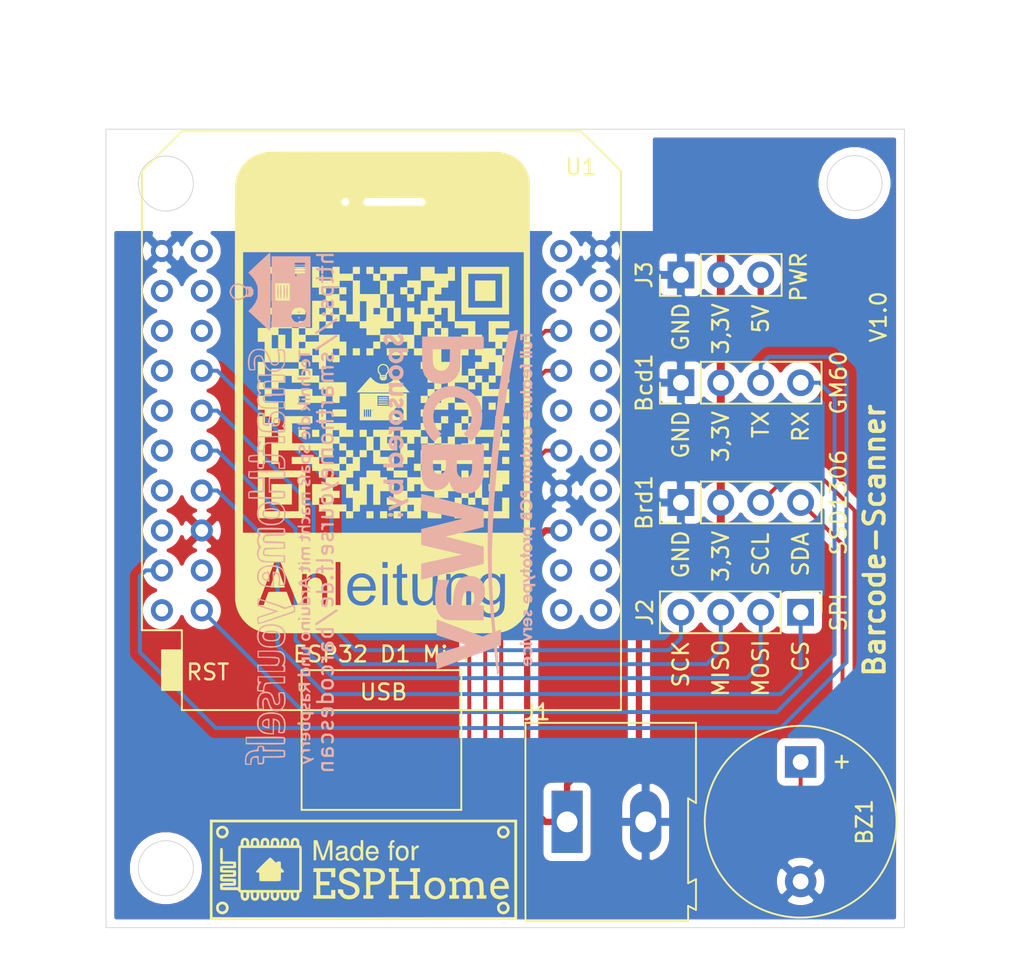
<source format=kicad_pcb>
(kicad_pcb (version 20241229) (generator "pcbnew") (generator_version "9.0")
  (layers (0 "F.Cu" signal) (2 "B.Cu" signal) (13 "F.Paste" user) (15 "B.Paste" user) (5 "F.SilkS" user) (7 "B.SilkS" user) (1 "F.Mask" user) (3 "B.Mask" user) (25 "Edge.Cuts" user))
  (net 0 "")
  (net 1 "GND")
  (net 2 "3,3V")
  (net 3 "UART1_TX_9")
  (net 4 "UART1_RX_10")
  (net 5 "SDA_21")
  (net 6 "SCL_22")
  (net 7 "BUZZER_16")
  (net 8 "5V")
  (net 9 "Net-(U1-Pad40)")
  (net 10 "Net-(U1-Pad39)")
  (net 11 "Net-(U1-Pad38)")
  (net 12 "Net-(U1-Pad37)")
  (net 13 "Net-(U1-Pad36)")
  (net 14 "Net-(U1-Pad34)")
  (net 15 "Net-(U1-Pad32)")
  (net 16 "Net-(U1-Pad30)")
  (net 17 "Net-(U1-Pad29)")
  (net 18 "Net-(U1-Pad28)")
  (net 19 "Net-(U1-Pad26)")
  (net 20 "Net-(U1-Pad24)")
  (net 21 "Net-(U1-Pad23)")
  (net 22 "Net-(U1-Pad21)")
  (net 23 "Net-(U1-Pad19)")
  (net 24 "Net-(U1-Pad18)")
  (net 25 "Net-(U1-Pad15)")
  (net 26 "Net-(U1-Pad13)")
  (net 27 "Net-(U1-Pad11)")
  (net 28 "Net-(U1-Pad9)")
  (net 29 "Net-(U1-Pad7)")
  (net 30 "Net-(U1-Pad6)")
  (net 31 "Net-(U1-Pad5)")
  (net 32 "Net-(U1-Pad4)")
  (net 33 "Net-(U1-Pad3)")
  (net 34 "Net-(U1-Pad2)")
  (net 35 "SPI_CS0_5")
  (net 36 "SPI_MOSI_23")
  (net 37 "SPI_MISO_19")
  (net 38 "SPI_SCK_18")
  (footprint "Pin_Headers:Pin_Header_Straight_1x04_Pitch2.54mm" (layer "F.Cu") (at 176.276 92.329 90)
    (property "Reference" "Bcd1" (at 0 -2.33 90) (layer "F.SilkS"))
    (property "Value" "GM60")
    (pad "1" thru_hole rect (at 0 0 90) (size 1.7 1.7) (drill 1) (layers "*.Cu" "*.Mask") (net 1 "GND"))
    (pad "2" thru_hole oval (at 0 2.54 90) (size 1.7 1.7) (drill 1) (layers "*.Cu" "*.Mask") (net 2 "3,3V"))
    (pad "3" thru_hole oval (at 0 5.08 90) (size 1.7 1.7) (drill 1) (layers "*.Cu" "*.Mask") (net 3 "UART1_TX_9"))
    (pad "4" thru_hole oval (at 0 7.62 90) (size 1.7 1.7) (drill 1) (layers "*.Cu" "*.Mask") (net 4 "UART1_RX_10"))
  )
  (footprint "Pin_Headers:Pin_Header_Straight_1x04_Pitch2.54mm" (layer "F.Cu") (at 176.276 99.949 90)
    (property "Reference" "Brd1" (at 0 -2.33 90) (layer "F.SilkS"))
    (property "Value" "SSD1306")
    (pad "1" thru_hole rect (at 0 0 90) (size 1.7 1.7) (drill 1) (layers "*.Cu" "*.Mask") (net 1 "GND"))
    (pad "2" thru_hole oval (at 0 2.54 90) (size 1.7 1.7) (drill 1) (layers "*.Cu" "*.Mask") (net 2 "3,3V"))
    (pad "3" thru_hole oval (at 0 5.08 90) (size 1.7 1.7) (drill 1) (layers "*.Cu" "*.Mask") (net 6 "SCL_22"))
    (pad "4" thru_hole oval (at 0 7.62 90) (size 1.7 1.7) (drill 1) (layers "*.Cu" "*.Mask") (net 5 "SDA_21"))
  )
  (footprint "esp32mini:ESP32_mini" (layer "F.Cu") (at 157.226 95.377)
    (property "Reference" "U1" (at 12.7 -16.764 0) (layer "F.SilkS"))
    (property "Value" "mini_esp32")
    (fp_text user "RST" (at -11.049 15.367 0) (layer "F.SilkS"))
    (fp_text user "USB" (at 0.127 16.637 0) (layer "F.SilkS"))
    (pad "1" thru_hole circle (at -13.97 -11.43 270) (size 1.4 1.4) (drill 0.8) (layers "*.Cu" "*.Mask") (net 1 "GND"))
    (pad "2" thru_hole circle (at -11.43 -11.43 270) (size 1.4 1.4) (drill 0.8) (layers "*.Cu" "*.Mask") (net 34 "Net-(U1-Pad2)"))
    (pad "3" thru_hole circle (at -13.97 -8.89 270) (size 1.4 1.4) (drill 0.8) (layers "*.Cu" "*.Mask") (net 33 "Net-(U1-Pad3)"))
    (pad "4" thru_hole circle (at -11.43 -8.89 270) (size 1.4 1.4) (drill 0.8) (layers "*.Cu" "*.Mask") (net 32 "Net-(U1-Pad4)"))
    (pad "5" thru_hole circle (at -13.97 -6.35 270) (size 1.4 1.4) (drill 0.8) (layers "*.Cu" "*.Mask") (net 31 "Net-(U1-Pad5)"))
    (pad "6" thru_hole circle (at -11.43 -6.35 270) (size 1.4 1.4) (drill 0.8) (layers "*.Cu" "*.Mask") (net 30 "Net-(U1-Pad6)"))
    (pad "7" thru_hole circle (at -13.97 -3.81 270) (size 1.4 1.4) (drill 0.8) (layers "*.Cu" "*.Mask") (net 29 "Net-(U1-Pad7)"))
    (pad "8" thru_hole circle (at -11.43 -3.81 270) (size 1.4 1.4) (drill 0.8) (layers "*.Cu" "*.Mask") (net 38 "SPI_SCK_18"))
    (pad "9" thru_hole circle (at -13.97 -1.27 270) (size 1.4 1.4) (drill 0.8) (layers "*.Cu" "*.Mask") (net 28 "Net-(U1-Pad9)"))
    (pad "10" thru_hole circle (at -11.43 -1.27 270) (size 1.4 1.4) (drill 0.8) (layers "*.Cu" "*.Mask") (net 37 "SPI_MISO_19"))
    (pad "11" thru_hole circle (at -13.97 1.27 270) (size 1.4 1.4) (drill 0.8) (layers "*.Cu" "*.Mask") (net 27 "Net-(U1-Pad11)"))
    (pad "12" thru_hole circle (at -11.43 1.27 270) (size 1.4 1.4) (drill 0.8) (layers "*.Cu" "*.Mask") (net 36 "SPI_MOSI_23"))
    (pad "13" thru_hole circle (at -13.97 3.81 270) (size 1.4 1.4) (drill 0.8) (layers "*.Cu" "*.Mask") (net 26 "Net-(U1-Pad13)"))
    (pad "14" thru_hole circle (at -11.43 3.81 270) (size 1.4 1.4) (drill 0.8) (layers "*.Cu" "*.Mask") (net 35 "SPI_CS0_5"))
    (pad "15" thru_hole circle (at -13.97 6.35 270) (size 1.4 1.4) (drill 0.8) (layers "*.Cu" "*.Mask") (net 25 "Net-(U1-Pad15)"))
    (pad "16" thru_hole circle (at -11.43 6.35 270) (size 1.4 1.4) (drill 0.8) (layers "*.Cu" "*.Mask") (net 2 "3,3V"))
    (pad "17" thru_hole circle (at -13.97 8.89 270) (size 1.4 1.4) (drill 0.8) (layers "*.Cu" "*.Mask") (net 3 "UART1_TX_9"))
    (pad "18" thru_hole circle (at -11.43 8.89 270) (size 1.4 1.4) (drill 0.8) (layers "*.Cu" "*.Mask") (net 24 "Net-(U1-Pad18)"))
    (pad "19" thru_hole circle (at -13.97 11.43 270) (size 1.4 1.4) (drill 0.8) (layers "*.Cu" "*.Mask") (net 23 "Net-(U1-Pad19)"))
    (pad "20" thru_hole circle (at -11.43 11.43 270) (size 1.4 1.4) (drill 0.8) (layers "*.Cu" "*.Mask") (net 4 "UART1_RX_10"))
    (pad "21" thru_hole circle (at 11.43 -11.43 270) (size 1.4 1.4) (drill 0.8) (layers "*.Cu" "*.Mask") (net 22 "Net-(U1-Pad21)"))
    (pad "22" thru_hole circle (at 13.97 -11.43 270) (size 1.4 1.4) (drill 0.8) (layers "*.Cu" "*.Mask") (net 1 "GND"))
    (pad "23" thru_hole circle (at 11.43 -8.89 270) (size 1.4 1.4) (drill 0.8) (layers "*.Cu" "*.Mask") (net 21 "Net-(U1-Pad23)"))
    (pad "24" thru_hole circle (at 13.97 -8.89 270) (size 1.4 1.4) (drill 0.8) (layers "*.Cu" "*.Mask") (net 20 "Net-(U1-Pad24)"))
    (pad "25" thru_hole circle (at 11.43 -6.35 270) (size 1.4 1.4) (drill 0.8) (layers "*.Cu" "*.Mask") (net 6 "SCL_22"))
    (pad "26" thru_hole circle (at 13.97 -6.35 270) (size 1.4 1.4) (drill 0.8) (layers "*.Cu" "*.Mask") (net 19 "Net-(U1-Pad26)"))
    (pad "27" thru_hole circle (at 11.43 -3.81 270) (size 1.4 1.4) (drill 0.8) (layers "*.Cu" "*.Mask") (net 5 "SDA_21"))
    (pad "28" thru_hole circle (at 13.97 -3.81 270) (size 1.4 1.4) (drill 0.8) (layers "*.Cu" "*.Mask") (net 18 "Net-(U1-Pad28)"))
    (pad "29" thru_hole circle (at 11.43 -1.27 270) (size 1.4 1.4) (drill 0.8) (layers "*.Cu" "*.Mask") (net 17 "Net-(U1-Pad29)"))
    (pad "30" thru_hole circle (at 13.97 -1.27 270) (size 1.4 1.4) (drill 0.8) (layers "*.Cu" "*.Mask") (net 16 "Net-(U1-Pad30)"))
    (pad "31" thru_hole circle (at 11.43 1.27 270) (size 1.4 1.4) (drill 0.8) (layers "*.Cu" "*.Mask") (net 7 "BUZZER_16"))
    (pad "32" thru_hole circle (at 13.97 1.27 270) (size 1.4 1.4) (drill 0.8) (layers "*.Cu" "*.Mask") (net 15 "Net-(U1-Pad32)"))
    (pad "33" thru_hole circle (at 11.43 3.81 270) (size 1.4 1.4) (drill 0.8) (layers "*.Cu" "*.Mask") (net 1 "GND"))
    (pad "34" thru_hole circle (at 13.97 3.81 270) (size 1.4 1.4) (drill 0.8) (layers "*.Cu" "*.Mask") (net 14 "Net-(U1-Pad34)"))
    (pad "35" thru_hole circle (at 11.43 6.35 270) (size 1.4 1.4) (drill 0.8) (layers "*.Cu" "*.Mask") (net 8 "5V"))
    (pad "36" thru_hole circle (at 13.97 6.35 270) (size 1.4 1.4) (drill 0.8) (layers "*.Cu" "*.Mask") (net 13 "Net-(U1-Pad36)"))
    (pad "37" thru_hole circle (at 11.43 8.89 270) (size 1.4 1.4) (drill 0.8) (layers "*.Cu" "*.Mask") (net 12 "Net-(U1-Pad37)"))
    (pad "38" thru_hole circle (at 13.97 8.89 270) (size 1.4 1.4) (drill 0.8) (layers "*.Cu" "*.Mask") (net 11 "Net-(U1-Pad38)"))
    (pad "39" thru_hole circle (at 11.43 11.43 270) (size 1.4 1.4) (drill 0.8) (layers "*.Cu" "*.Mask") (net 10 "Net-(U1-Pad39)"))
    (pad "40" thru_hole circle (at 13.97 11.43 270) (size 1.4 1.4) (drill 0.8) (layers "*.Cu" "*.Mask") (net 9 "Net-(U1-Pad40)"))
  )
  (footprint "Connectors_Terminal_Blocks:TerminalBlock_Altech_AK300-2_P5.00mm" (layer "F.Cu") (at 169.037 120.269)
    (property "Reference" "J1" (at -1.92 -6.99 0) (layer "F.SilkS"))
    (property "Value" "Conn_Coaxial_Power")
    (pad "1" thru_hole rect (at 0 0) (size 1.98 3.96) (drill 1.32) (layers "*.Cu" "*.Mask") (net 8 "5V"))
    (pad "2" thru_hole oval (at 5 0) (size 1.98 3.96) (drill 1.32) (layers "*.Cu" "*.Mask") (net 1 "GND"))
  )
  (footprint "Pin_Headers:Pin_Header_Straight_1x04_Pitch2.54mm" (layer "F.Cu") (at 183.896 106.934 -90)
    (property "Reference" "J2" (at 0 9.906 90) (layer "F.SilkS"))
    (property "Value" "0022232041")
    (pad "1" thru_hole rect (at 0 0 270) (size 1.7 1.7) (drill 1) (layers "*.Cu" "*.Mask") (net 35 "SPI_CS0_5"))
    (pad "2" thru_hole oval (at 0 2.54 270) (size 1.7 1.7) (drill 1) (layers "*.Cu" "*.Mask") (net 36 "SPI_MOSI_23"))
    (pad "3" thru_hole oval (at 0 5.08 270) (size 1.7 1.7) (drill 1) (layers "*.Cu" "*.Mask") (net 37 "SPI_MISO_19"))
    (pad "4" thru_hole oval (at 0 7.62 270) (size 1.7 1.7) (drill 1) (layers "*.Cu" "*.Mask") (net 38 "SPI_SCK_18"))
  )
  (footprint "Pin_Headers:Pin_Header_Straight_1x03_Pitch2.54mm" (layer "F.Cu") (at 176.276 85.471 90)
    (property "Reference" "J3" (at 0 -2.33 90) (layer "F.SilkS"))
    (property "Value" "640456-3")
    (pad "1" thru_hole rect (at 0 0 90) (size 1.7 1.7) (drill 1) (layers "*.Cu" "*.Mask") (net 1 "GND"))
    (pad "2" thru_hole oval (at 0 2.54 90) (size 1.7 1.7) (drill 1) (layers "*.Cu" "*.Mask") (net 2 "3,3V"))
    (pad "3" thru_hole oval (at 0 5.08 90) (size 1.7 1.7) (drill 1) (layers "*.Cu" "*.Mask") (net 8 "5V"))
  )
  (footprint "Buzzers_Beepers:Buzzer_12x9.5RM7.6" (layer "F.Cu") (at 183.896 116.459 -90)
    (property "Reference" "BZ1" (at 3.81 -4.064 90) (layer "F.SilkS"))
    (property "Value" "Buzzer")
    (fp_text user "+" (at -0.01 -2.54 90) (layer "F.SilkS"))
    (pad "1" thru_hole rect (at 0 0 270) (size 2 2) (drill 1) (layers "*.Cu" "*.Mask") (net 7 "BUZZER_16"))
    (pad "2" thru_hole circle (at 7.6 0 270) (size 2 2) (drill 1) (layers "*.Cu" "*.Mask") (net 1 "GND"))
  )
  (footprint "kicad-logos:made-for-esphome-19x6" (layer "F.Cu") (at 156.083 123.317)
    (property "Reference" " " (hide yes))
    (property "Value" " " (hide yes))
  )
  (footprint "kicad-logos:qrcode-shys-barcodescan" (layer "F.Cu") (at 157.353 93.218)
    (property "Reference" "G***" (hide yes))
    (property "Value" "LOGO" (hide yes))
  )
  (footprint "Grafiken:SHYS-Logo_small" (layer "B.Cu") (at 150.241 100.33 -90)
    (property "Reference" " " (hide yes))
    (property "Value" " " (hide yes))
  )
  (footprint "Grafiken:sponsoredByPcbWay_22x10" (layer "B.Cu") (at 162.179 99.949 -90)
    (property "Reference" "G***" (hide yes))
    (property "Value" "LOGO" (hide yes))
  )
  (gr_line (start 139.7 76.2) (end 139.7 127) (stroke (width 0.05)) (layer "Edge.Cuts"))
  (gr_circle (center 143.51 123.218) (end 145.26 123.218) (stroke (width 0.05)) (fill no) (layer "Edge.Cuts"))
  (gr_circle (center 143.51 79.657) (end 145.26 79.657) (stroke (width 0.05)) (fill no) (layer "Edge.Cuts"))
  (gr_line (start 139.7 127) (end 190.5 127) (stroke (width 0.05)) (layer "Edge.Cuts"))
  (gr_line (start 190.5 127) (end 190.5 76.2) (stroke (width 0.05)) (layer "Edge.Cuts"))
  (gr_circle (center 187.325 79.629) (end 189.075 79.629) (stroke (width 0.05)) (fill no) (layer "Edge.Cuts"))
  (gr_line (start 190.5 76.2) (end 139.7 76.2) (stroke (width 0.05)) (layer "Edge.Cuts"))
  (gr_text "RX" (at 183.896 95.123 90) (layer "F.SilkS") (effects (font (size 1 1))))
  (gr_text "GND" (at 176.276 103.251 90) (layer "F.SilkS") (effects (font (size 1 1))))
  (gr_text "3,3V" (at 178.816 103.378 90) (layer "F.SilkS") (effects (font (size 1 1))))
  (gr_text "SCK" (at 176.276 110.236 90) (layer "F.SilkS") (effects (font (size 1 1))))
  (gr_text "V1.0" (at 188.849 88.138 90) (layer "F.SilkS") (effects (font (size 1 1))))
  (gr_text "MISO" (at 178.816 110.49 90) (layer "F.SilkS") (effects (font (size 1 1))))
  (gr_text "CS" (at 183.896 109.728 90) (layer "F.SilkS") (effects (font (size 1 1))))
  (gr_text "TX" (at 181.356 94.996 90) (layer "F.SilkS") (effects (font (size 1 1))))
  (gr_text "GND" (at 176.276 88.773 90) (layer "F.SilkS") (effects (font (size 1 1))))
  (gr_text "Barcode-Scanner" (at 188.595 102.362 90) (layer "F.SilkS") (effects (font (size 1.3 1.3) (thickness 0.25))))
  (gr_text "3,3V" (at 178.816 95.758 90) (layer "F.SilkS") (effects (font (size 1 1))))
  (gr_text "SSD1306" (at 186.309 99.949 90) (layer "F.SilkS") (effects (font (size 1 1))))
  (gr_text "3,3V" (at 178.816 88.9 90) (layer "F.SilkS") (effects (font (size 1 1))))
  (gr_text "PWR" (at 183.769 85.598 90) (layer "F.SilkS") (effects (font (size 1 1))))
  (gr_text "MOSI" (at 181.356 110.49 90) (layer "F.SilkS") (effects (font (size 1 1))))
  (gr_text "SDA" (at 183.896 103.251 90) (layer "F.SilkS") (effects (font (size 1 1))))
  (gr_text "5V" (at 181.356 88.265 90) (layer "F.SilkS") (effects (font (size 1 1))))
  (gr_text "GND" (at 176.276 95.631 90) (layer "F.SilkS") (effects (font (size 1 1))))
  (gr_text "SCL" (at 181.356 103.251 90) (layer "F.SilkS") (effects (font (size 1 1))))
  (gr_text "SPI" (at 186.309 106.934 90) (layer "F.SilkS") (effects (font (size 1 1))))
  (gr_text "GM60" (at 186.309 92.329 90) (layer "F.SilkS") (effects (font (size 1 1))))
  (gr_text "ESP32 D1 Mini" (at 157.226 109.601 0) (layer "F.SilkS") (effects (font (size 1 1))))
  (gr_text "https://smarthomeyourself.de/barcodescan" (at 153.67 100.584 90) (layer "B.SilkS") (effects (font (size 1 1)) (justify mirror)))
  (segment (start 146.685 114.3) (end 182.626 114.3) (width 0.25) (layer "B.Cu") (net 3))
  (segment (start 186.817 110.109) (end 186.817 91.694) (width 0.25) (layer "B.Cu") (net 3))
  (segment (start 181.864 90.678) (end 181.356 91.186) (width 0.25) (layer "B.Cu") (net 3))
  (segment (start 185.801 90.678) (end 181.864 90.678) (width 0.25) (layer "B.Cu") (net 3))
  (segment (start 182.626 114.3) (end 186.817 110.109) (width 0.25) (layer "B.Cu") (net 3))
  (segment (start 141.859 109.474) (end 146.685 114.3) (width 0.25) (layer "B.Cu") (net 3))
  (segment (start 143.256 104.267) (end 142.24 104.267) (width 0.25) (layer "B.Cu") (net 3))
  (segment (start 181.356 91.186) (end 181.356 92.329) (width 0.25) (layer "B.Cu") (net 3))
  (segment (start 186.817 91.694) (end 185.801 90.678) (width 0.25) (layer "B.Cu") (net 3))
  (segment (start 141.859 104.648) (end 141.859 109.474) (width 0.25) (layer "B.Cu") (net 3))
  (segment (start 142.24 104.267) (end 141.859 104.648) (width 0.25) (layer "B.Cu") (net 3))
  (segment (start 186.055 93.285919) (end 186.055 109.601) (width 0.25) (layer "B.Cu") (net 4))
  (segment (start 183.896 92.329) (end 185.098081 92.329) (width 0.25) (layer "B.Cu") (net 4))
  (segment (start 185.098081 92.329) (end 186.055 93.285919) (width 0.25) (layer "B.Cu") (net 4))
  (segment (start 152.273 113.284) (end 145.796 106.807) (width 0.25) (layer "B.Cu") (net 4))
  (segment (start 182.372 113.284) (end 152.273 113.284) (width 0.25) (layer "B.Cu") (net 4))
  (segment (start 186.055 109.601) (end 182.372 113.284) (width 0.25) (layer "B.Cu") (net 4))
  (segment (start 168.656 91.567) (end 167.666051 91.567) (width 0.25) (layer "F.Cu") (net 5))
  (segment (start 186.563 117.094) (end 186.563 102.616) (width 0.25) (layer "F.Cu") (net 5))
  (segment (start 165.989 124.206) (end 179.451 124.206) (width 0.25) (layer "F.Cu") (net 5))
  (segment (start 163.83 122.047) (end 165.989 124.206) (width 0.25) (layer "F.Cu") (net 5))
  (segment (start 167.666051 91.567) (end 163.83 95.403051) (width 0.25) (layer "F.Cu") (net 5))
  (segment (start 179.451 124.206) (end 186.563 117.094) (width 0.25) (layer "F.Cu") (net 5))
  (segment (start 163.83 95.403051) (end 163.83 122.047) (width 0.25) (layer "F.Cu") (net 5))
  (segment (start 186.563 102.616) (end 183.896 99.949) (width 0.25) (layer "F.Cu") (net 5))
  (segment (start 181.356 99.949) (end 183.007 98.298) (width 0.25) (layer "F.Cu") (net 6))
  (segment (start 185.166 98.298) (end 187.325 100.457) (width 0.25) (layer "F.Cu") (net 6))
  (segment (start 183.007 98.298) (end 185.166 98.298) (width 0.25) (layer "F.Cu") (net 6))
  (segment (start 162.814 93.879051) (end 167.666051 89.027) (width 0.25) (layer "F.Cu") (net 6))
  (segment (start 180.086 124.968) (end 165.1 124.968) (width 0.25) (layer "F.Cu") (net 6))
  (segment (start 187.325 117.729) (end 180.086 124.968) (width 0.25) (layer "F.Cu") (net 6))
  (segment (start 162.814 122.682) (end 162.814 93.879051) (width 0.25) (layer "F.Cu") (net 6))
  (segment (start 187.325 100.457) (end 187.325 117.729) (width 0.25) (layer "F.Cu") (net 6))
  (segment (start 165.1 124.968) (end 162.814 122.682) (width 0.25) (layer "F.Cu") (net 6))
  (segment (start 167.666051 89.027) (end 168.656 89.027) (width 0.25) (layer "F.Cu") (net 6))
  (segment (start 164.846 121.793) (end 166.624 123.571) (width 0.25) (layer "F.Cu") (net 7))
  (segment (start 167.666051 96.647) (end 164.846 99.467051) (width 0.25) (layer "F.Cu") (net 7))
  (segment (start 178.308 123.571) (end 183.896 117.983) (width 0.25) (layer "F.Cu") (net 7))
  (segment (start 164.846 99.467051) (end 164.846 121.793) (width 0.25) (layer "F.Cu") (net 7))
  (segment (start 183.896 117.983) (end 183.896 116.459) (width 0.25) (layer "F.Cu") (net 7))
  (segment (start 168.656 96.647) (end 167.666051 96.647) (width 0.25) (layer "F.Cu") (net 7))
  (segment (start 166.624 123.571) (end 178.308 123.571) (width 0.25) (layer "F.Cu") (net 7))
  (segment (start 169.037 120.269) (end 169.037 117.889) (width 0.4) (layer "F.Cu") (net 8))
  (segment (start 170.467 116.459) (end 172.847 116.459) (width 0.4) (layer "F.Cu") (net 8))
  (segment (start 169.037 117.889) (end 170.467 116.459) (width 0.4) (layer "F.Cu") (net 8))
  (segment (start 172.847 116.459) (end 173.609 115.697) (width 0.4) (layer "F.Cu") (net 8))
  (segment (start 167.666051 101.727) (end 166.497 102.896051) (width 0.4) (layer "F.Cu") (net 8))
  (segment (start 173.609 89.916) (end 174.625 88.9) (width 0.4) (layer "F.Cu") (net 8))
  (segment (start 168.656 101.727) (end 167.666051 101.727) (width 0.4) (layer "F.Cu") (net 8))
  (segment (start 167.647 120.269) (end 169.037 120.269) (width 0.4) (layer "F.Cu") (net 8))
  (segment (start 174.625 88.9) (end 180.594 88.9) (width 0.4) (layer "F.Cu") (net 8))
  (segment (start 166.497 102.896051) (end 166.497 119.119) (width 0.4) (layer "F.Cu") (net 8))
  (segment (start 180.594 88.9) (end 181.356 88.138) (width 0.4) (layer "F.Cu") (net 8))
  (segment (start 173.609 115.697) (end 173.609 89.916) (width 0.4) (layer "F.Cu") (net 8))
  (segment (start 166.497 119.119) (end 167.647 120.269) (width 0.4) (layer "F.Cu") (net 8))
  (segment (start 181.356 88.138) (end 181.356 85.471) (width 0.4) (layer "F.Cu") (net 8))
  (segment (start 146.785949 99.187) (end 150.622 103.023051) (width 0.25) (layer "B.Cu") (net 35))
  (segment (start 145.796 99.187) (end 146.785949 99.187) (width 0.25) (layer "B.Cu") (net 35))
  (segment (start 182.626 112.141) (end 183.896 110.871) (width 0.25) (layer "B.Cu") (net 35))
  (segment (start 153.67 112.141) (end 182.626 112.141) (width 0.25) (layer "B.Cu") (net 35))
  (segment (start 183.896 110.871) (end 183.896 106.934) (width 0.25) (layer "B.Cu") (net 35))
  (segment (start 150.622 109.093) (end 153.67 112.141) (width 0.25) (layer "B.Cu") (net 35))
  (segment (start 150.622 103.023051) (end 150.622 109.093) (width 0.25) (layer "B.Cu") (net 35))
  (segment (start 181.356 110.236) (end 181.356 106.934) (width 0.25) (layer "B.Cu") (net 36))
  (segment (start 151.765 101.626051) (end 151.765 108.712) (width 0.25) (layer "B.Cu") (net 36))
  (segment (start 151.765 108.712) (end 154.178 111.125) (width 0.25) (layer "B.Cu") (net 36))
  (segment (start 180.467 111.125) (end 181.356 110.236) (width 0.25) (layer "B.Cu") (net 36))
  (segment (start 146.785949 96.647) (end 151.765 101.626051) (width 0.25) (layer "B.Cu") (net 36))
  (segment (start 145.796 96.647) (end 146.785949 96.647) (width 0.25) (layer "B.Cu") (net 36))
  (segment (start 154.178 111.125) (end 180.467 111.125) (width 0.25) (layer "B.Cu") (net 36))
  (segment (start 152.908 108.331) (end 154.813 110.236) (width 0.25) (layer "B.Cu") (net 37))
  (segment (start 154.813 110.236) (end 177.927 110.236) (width 0.25) (layer "B.Cu") (net 37))
  (segment (start 145.796 94.107) (end 146.785949 94.107) (width 0.25) (layer "B.Cu") (net 37))
  (segment (start 146.785949 94.107) (end 152.908 100.229051) (width 0.25) (layer "B.Cu") (net 37))
  (segment (start 177.927 110.236) (end 178.816 109.347) (width 0.25) (layer "B.Cu") (net 37))
  (segment (start 152.908 100.229051) (end 152.908 108.331) (width 0.25) (layer "B.Cu") (net 37))
  (segment (start 178.816 109.347) (end 178.816 106.934) (width 0.25) (layer "B.Cu") (net 37))
  (segment (start 145.796 91.567) (end 146.785949 91.567) (width 0.25) (layer "B.Cu") (net 38))
  (segment (start 154.051 98.832051) (end 154.051 107.823) (width 0.25) (layer "B.Cu") (net 38))
  (segment (start 176.276 108.585) (end 176.276 106.934) (width 0.25) (layer "B.Cu") (net 38))
  (segment (start 154.051 107.823) (end 155.575 109.347) (width 0.25) (layer "B.Cu") (net 38))
  (segment (start 155.575 109.347) (end 175.514 109.347) (width 0.25) (layer "B.Cu") (net 38))
  (segment (start 146.785949 91.567) (end 154.051 98.832051) (width 0.25) (layer "B.Cu") (net 38))
  (segment (start 175.514 109.347) (end 176.276 108.585) (width 0.25) (layer "B.Cu") (net 38))
  (zone (net 2) (net_name "3,3V") (layer "F.Cu") (connect_pads (clearance 0.508)) (min_thickness 0.254) (fill yes (thermal_gap 0.508) (thermal_bridge_width 0.508))
    (polygon (pts (xy 190.5 127) (xy 139.7 127) (xy 139.7 82.677) (xy 174.498 82.677) (xy 174.498 76.2) (xy 190.5 76.2)))
  )
  (zone (net 1) (net_name "GND") (layer "B.Cu") (connect_pads (clearance 0.508)) (min_thickness 0.254) (fill yes (thermal_gap 0.508) (thermal_bridge_width 0.508))
    (polygon (pts (xy 190.5 127) (xy 139.7 127) (xy 139.7 82.677) (xy 174.498 82.677) (xy 174.498 76.2) (xy 190.5 76.2)))
  )
)
</source>
